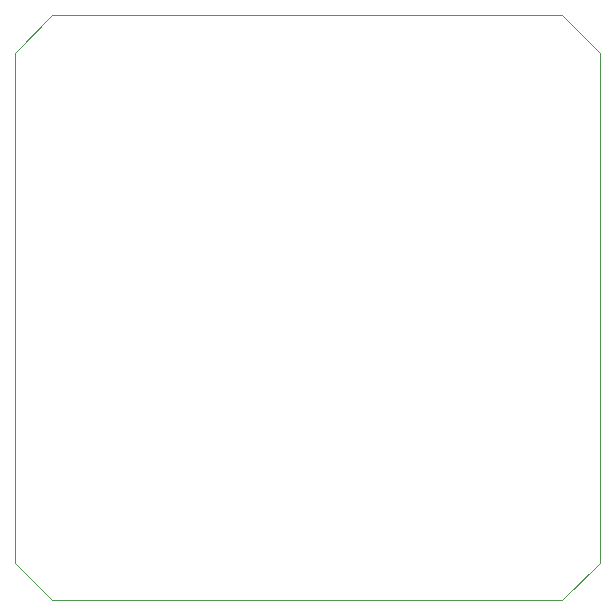
<source format=gbr>
%TF.GenerationSoftware,KiCad,Pcbnew,8.0.5*%
%TF.CreationDate,2024-11-23T09:58:25+09:00*%
%TF.ProjectId,voice4017,766f6963-6534-4303-9137-2e6b69636164,rev?*%
%TF.SameCoordinates,Original*%
%TF.FileFunction,Profile,NP*%
%FSLAX46Y46*%
G04 Gerber Fmt 4.6, Leading zero omitted, Abs format (unit mm)*
G04 Created by KiCad (PCBNEW 8.0.5) date 2024-11-23 09:58:25*
%MOMM*%
%LPD*%
G01*
G04 APERTURE LIST*
%TA.AperFunction,Profile*%
%ADD10C,0.050000*%
%TD*%
G04 APERTURE END LIST*
D10*
X173990000Y-51435000D02*
X177165000Y-54610000D01*
X130810000Y-51435000D02*
X127635000Y-54610000D01*
X177165000Y-97790000D02*
X173990000Y-100965000D01*
X127635000Y-97790000D02*
X130810000Y-100965000D01*
X130810000Y-51435000D02*
X173990000Y-51435000D01*
X173990000Y-100965000D02*
X130810000Y-100965000D01*
X177165000Y-54610000D02*
X177165000Y-97790000D01*
X127635000Y-97790000D02*
X127635000Y-54610000D01*
M02*

</source>
